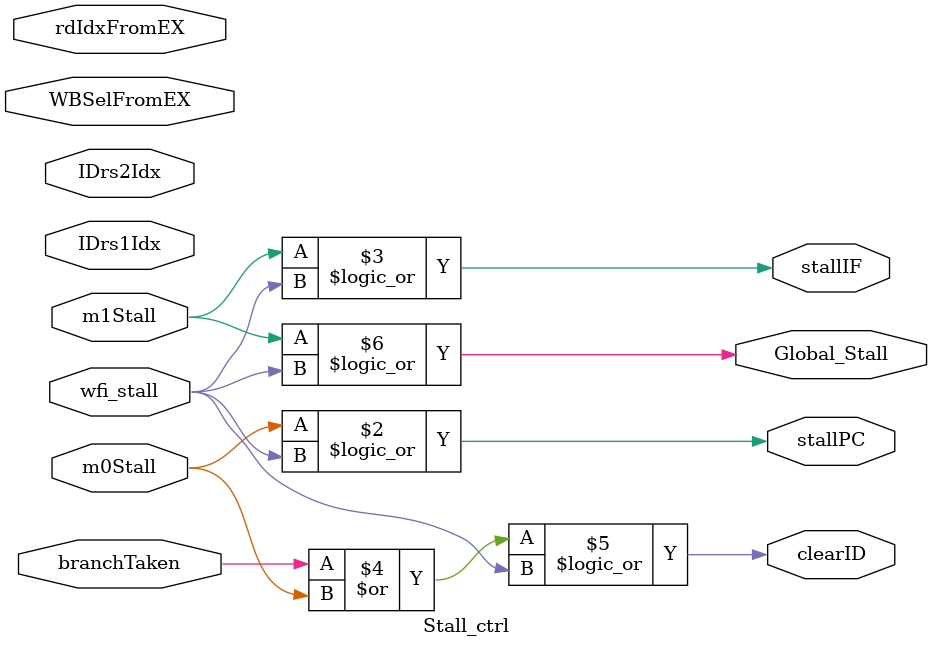
<source format=sv>
`include "CPU_def.svh"

module Stall_ctrl (
    input [4:0]     rdIdxFromEX,
    input [4:0]     IDrs1Idx,
    input [4:0]     IDrs2Idx,
    input [2:0]     WBSelFromEX,
    input           branchTaken,
    input           m0Stall,
    input           m1Stall,
    input           wfi_stall,
    output logic    stallPC,
    output logic    clearID,
    output logic    stallIF,
    output logic    Global_Stall
);
logic loadUse;

always_comb begin
    // loadUse = (((rdIdxFromEX == IDrs1Idx || rdIdxFromEX == IDrs2Idx) && 
    //             WBSelFromEX[`WBSelMemBit]) && |rdIdxFromEX);
    // clearID = loadUse | branchTaken;
    stallPC = m0Stall || wfi_stall;
    stallIF = m1Stall || wfi_stall;
    clearID = branchTaken | m0Stall || wfi_stall;
    Global_Stall = m1Stall || wfi_stall;
end
endmodule

</source>
